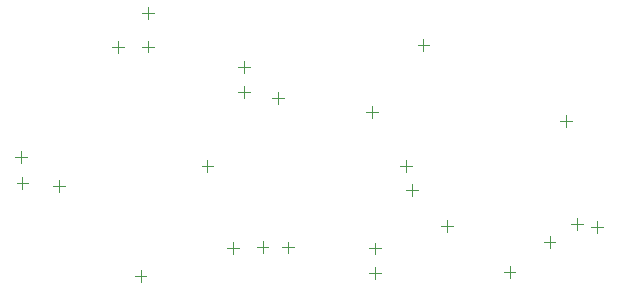
<source format=gbr>
G04*
G04 #@! TF.GenerationSoftware,Altium Limited,Altium Designer,25.8.1 (18)*
G04*
G04 Layer_Color=16711935*
%FSLAX25Y25*%
%MOIN*%
G70*
G04*
G04 #@! TF.SameCoordinates,CA0B9550-AE98-4C71-85A6-844D78770B91*
G04*
G04*
G04 #@! TF.FilePolarity,Positive*
G04*
G01*
G75*
%ADD76C,0.00394*%
D76*
X-58388Y37777D02*
Y41714D01*
X-60357Y39745D02*
X-56420D01*
X-38543Y-2113D02*
Y1824D01*
X-40512Y-144D02*
X-36575D01*
X-88073Y-8695D02*
Y-4758D01*
X-90041Y-6726D02*
X-86104D01*
X33469Y38255D02*
Y42192D01*
X31500Y40223D02*
X35437D01*
X81104Y12932D02*
Y16869D01*
X79136Y14900D02*
X83073D01*
X91260Y-22261D02*
Y-18324D01*
X89292Y-20292D02*
X93229D01*
X82662Y-19413D02*
X86599D01*
X84631Y-21382D02*
Y-17445D01*
X73511Y-25284D02*
X77448D01*
X75480Y-27252D02*
Y-23315D01*
X39384Y-20086D02*
X43321D01*
X41352Y-22055D02*
Y-18118D01*
X17269Y-29528D02*
Y-25591D01*
X15301Y-27559D02*
X19238D01*
X15301Y-35764D02*
X19238D01*
X17269Y-37732D02*
Y-33795D01*
X27551Y-2034D02*
Y1904D01*
X25582Y-65D02*
X29519D01*
X27617Y-8134D02*
X31554D01*
X29585Y-10102D02*
Y-6165D01*
X-31909Y-27332D02*
X-27972D01*
X-29941Y-29300D02*
Y-25363D01*
X-22144Y-27130D02*
X-18207D01*
X-20175Y-29098D02*
Y-25161D01*
X-11824Y-29189D02*
Y-25252D01*
X-13792Y-27221D02*
X-9855D01*
X-102592Y2822D02*
X-98655D01*
X-100623Y853D02*
Y4790D01*
X-102191Y-5658D02*
X-98254D01*
X-100223Y-7626D02*
Y-3689D01*
X-70275Y39573D02*
X-66338D01*
X-68306Y37605D02*
Y41542D01*
X-60461Y50888D02*
X-56524D01*
X-58492Y48920D02*
Y52857D01*
X-16945Y22556D02*
X-13008D01*
X-14976Y20588D02*
Y24525D01*
X-26491Y30981D02*
Y34918D01*
X-28460Y32950D02*
X-24522D01*
X-28354Y24642D02*
X-24417D01*
X-26386Y22673D02*
Y26610D01*
X-60858Y-38584D02*
Y-34647D01*
X-62826Y-36615D02*
X-58889D01*
X62148Y-37363D02*
Y-33426D01*
X60180Y-35394D02*
X64117D01*
X16411Y15914D02*
Y19851D01*
X14442Y17883D02*
X18379D01*
M02*

</source>
